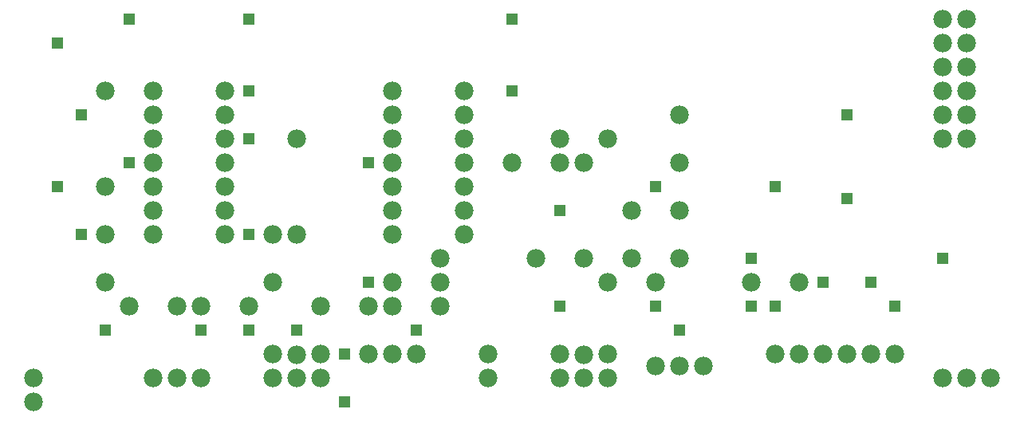
<source format=gts>
G75*
%MOIN*%
%OFA0B0*%
%FSLAX25Y25*%
%IPPOS*%
%LPD*%
%AMOC8*
5,1,8,0,0,1.08239X$1,22.5*
%
%ADD10C,0.07800*%
%ADD11R,0.04762X0.04762*%
D10*
X0033919Y0042535D03*
X0033919Y0052535D03*
X0083919Y0052535D03*
X0093919Y0052535D03*
X0103919Y0052535D03*
X0133919Y0052535D03*
X0143919Y0052535D03*
X0153919Y0052535D03*
X0153919Y0062535D03*
X0143919Y0062220D03*
X0133919Y0062535D03*
X0123919Y0082535D03*
X0133919Y0092535D03*
X0153919Y0082535D03*
X0173919Y0082535D03*
X0183919Y0082535D03*
X0183919Y0092535D03*
X0203919Y0092535D03*
X0203919Y0082535D03*
X0203919Y0102535D03*
X0213919Y0112535D03*
X0213919Y0122535D03*
X0213919Y0132535D03*
X0213919Y0142535D03*
X0213919Y0152535D03*
X0213919Y0162535D03*
X0213919Y0172535D03*
X0183919Y0172535D03*
X0183919Y0162535D03*
X0183919Y0152535D03*
X0183919Y0142535D03*
X0183919Y0132535D03*
X0183919Y0122535D03*
X0183919Y0112535D03*
X0143919Y0112535D03*
X0133919Y0112535D03*
X0113919Y0112535D03*
X0113919Y0122535D03*
X0113919Y0132535D03*
X0113919Y0142535D03*
X0113919Y0152535D03*
X0113919Y0162535D03*
X0113919Y0172535D03*
X0083919Y0172535D03*
X0083919Y0162535D03*
X0083919Y0152535D03*
X0083919Y0142535D03*
X0083919Y0132535D03*
X0083919Y0122535D03*
X0083919Y0112535D03*
X0063919Y0112535D03*
X0063919Y0132535D03*
X0063919Y0092535D03*
X0073919Y0082535D03*
X0093919Y0082535D03*
X0103919Y0082535D03*
X0173919Y0062535D03*
X0183919Y0062535D03*
X0193919Y0062535D03*
X0223919Y0062535D03*
X0223919Y0052535D03*
X0253919Y0052535D03*
X0263919Y0052535D03*
X0273919Y0052535D03*
X0273919Y0062535D03*
X0263919Y0062220D03*
X0253919Y0062535D03*
X0293919Y0057535D03*
X0303919Y0057535D03*
X0313919Y0057535D03*
X0343919Y0062535D03*
X0353919Y0062535D03*
X0363919Y0062535D03*
X0373919Y0062535D03*
X0383919Y0062535D03*
X0393919Y0062535D03*
X0413919Y0052535D03*
X0423919Y0052535D03*
X0433919Y0052535D03*
X0353919Y0092535D03*
X0333919Y0092535D03*
X0303919Y0102535D03*
X0293919Y0092535D03*
X0283919Y0102535D03*
X0273919Y0092535D03*
X0263919Y0102535D03*
X0243919Y0102535D03*
X0283919Y0122535D03*
X0303919Y0122535D03*
X0303919Y0142535D03*
X0273919Y0152535D03*
X0263919Y0142535D03*
X0253919Y0142535D03*
X0253919Y0152535D03*
X0233919Y0142535D03*
X0303919Y0162535D03*
X0413919Y0162535D03*
X0423919Y0162535D03*
X0423919Y0152535D03*
X0413919Y0152535D03*
X0413919Y0172535D03*
X0423919Y0172535D03*
X0423919Y0182535D03*
X0413919Y0182535D03*
X0413919Y0192535D03*
X0423919Y0192535D03*
X0423919Y0202535D03*
X0413919Y0202535D03*
X0143919Y0152535D03*
X0063919Y0172535D03*
D11*
X0053919Y0162535D03*
X0073919Y0142535D03*
X0073919Y0142535D03*
X0043919Y0132535D03*
X0053919Y0112535D03*
X0123919Y0112535D03*
X0173919Y0092535D03*
X0193919Y0072535D03*
X0163919Y0062535D03*
X0143919Y0072535D03*
X0123919Y0072535D03*
X0103919Y0072535D03*
X0063919Y0072535D03*
X0163919Y0042535D03*
X0253919Y0082535D03*
X0293919Y0082535D03*
X0303919Y0072535D03*
X0333919Y0082535D03*
X0343919Y0082535D03*
X0363919Y0092535D03*
X0383919Y0092535D03*
X0393919Y0082535D03*
X0413919Y0102535D03*
X0373919Y0127535D03*
X0343919Y0132535D03*
X0333919Y0102535D03*
X0293919Y0132535D03*
X0253919Y0122535D03*
X0173919Y0142535D03*
X0123919Y0152535D03*
X0123919Y0172535D03*
X0123919Y0172535D03*
X0123919Y0202535D03*
X0123919Y0202535D03*
X0073919Y0202535D03*
X0043919Y0192535D03*
X0233919Y0202535D03*
X0233919Y0172535D03*
X0373919Y0162535D03*
M02*

</source>
